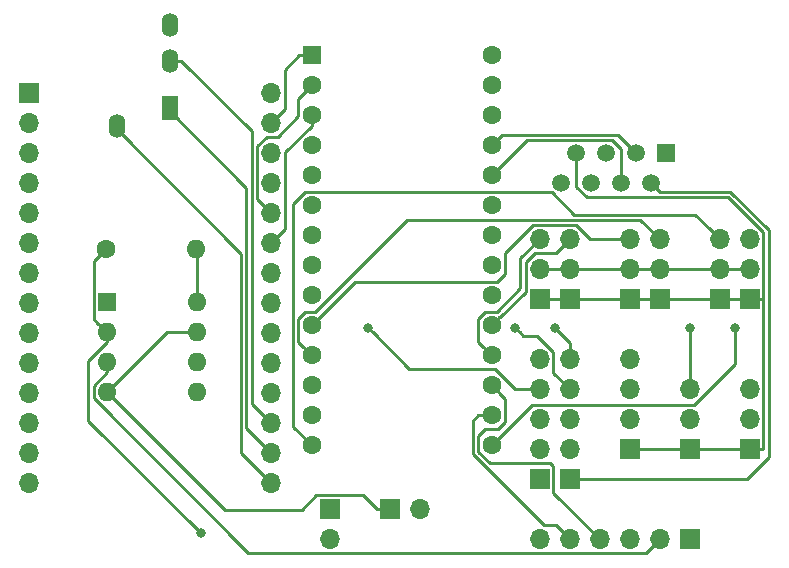
<source format=gbr>
G04 #@! TF.GenerationSoftware,KiCad,Pcbnew,(5.1.5)-3*
G04 #@! TF.CreationDate,2020-05-03T22:11:52-05:00*
G04 #@! TF.ProjectId,ControlBoardT4_28PinSound,436f6e74-726f-46c4-926f-61726454345f,rev?*
G04 #@! TF.SameCoordinates,Original*
G04 #@! TF.FileFunction,Copper,L2,Bot*
G04 #@! TF.FilePolarity,Positive*
%FSLAX46Y46*%
G04 Gerber Fmt 4.6, Leading zero omitted, Abs format (unit mm)*
G04 Created by KiCad (PCBNEW (5.1.5)-3) date 2020-05-03 22:11:52*
%MOMM*%
%LPD*%
G04 APERTURE LIST*
%ADD10R,1.700000X1.700000*%
%ADD11O,1.700000X1.700000*%
%ADD12O,1.400000X2.000000*%
%ADD13R,1.400000X2.000000*%
%ADD14C,1.600000*%
%ADD15R,1.600000X1.600000*%
%ADD16R,1.500000X1.500000*%
%ADD17C,1.500000*%
%ADD18O,1.600000X1.600000*%
%ADD19C,0.800000*%
%ADD20C,0.250000*%
G04 APERTURE END LIST*
D10*
X111379000Y-78803500D03*
D11*
X131879000Y-78803500D03*
X111379000Y-81343500D03*
X131879000Y-81343500D03*
X111379000Y-83883500D03*
X131879000Y-83883500D03*
X111379000Y-86423500D03*
X131879000Y-86423500D03*
X111379000Y-88963500D03*
X131879000Y-88963500D03*
X111379000Y-91503500D03*
X131879000Y-91503500D03*
X111379000Y-94043500D03*
X131879000Y-94043500D03*
X111379000Y-96583500D03*
X131879000Y-96583500D03*
X111379000Y-99123500D03*
X131879000Y-99123500D03*
X111379000Y-101663500D03*
X131879000Y-101663500D03*
X111379000Y-104203500D03*
X131879000Y-104203500D03*
X111379000Y-106743500D03*
X131879000Y-106743500D03*
X111379000Y-109283500D03*
X131879000Y-109283500D03*
X111379000Y-111823500D03*
X131879000Y-111823500D03*
D12*
X118808500Y-81573500D03*
D13*
X123308500Y-80073500D03*
D12*
X123308500Y-76073500D03*
X123308500Y-73073500D03*
D11*
X172402500Y-103886000D03*
X172402500Y-106426000D03*
D10*
X172402500Y-108966000D03*
D14*
X135318500Y-108648500D03*
X135318500Y-106108500D03*
X135318500Y-103568500D03*
X135318500Y-101028500D03*
X135318500Y-98488500D03*
X135318500Y-95948500D03*
X135318500Y-93408500D03*
X135318500Y-90868500D03*
X135318500Y-88328500D03*
X135318500Y-85788500D03*
X135318500Y-83248500D03*
X135318500Y-80708500D03*
X135318500Y-78168500D03*
D15*
X135318500Y-75628500D03*
D14*
X150558500Y-108648500D03*
X150558500Y-106108500D03*
X150558500Y-103568500D03*
X150558500Y-101028500D03*
X150558500Y-98488500D03*
X150558500Y-95948500D03*
X150558500Y-93408500D03*
X150558500Y-90868500D03*
X150558500Y-88328500D03*
X150558500Y-85788500D03*
X150558500Y-83248500D03*
X150558500Y-80708500D03*
X150558500Y-78168500D03*
X150558500Y-75628500D03*
D10*
X167322500Y-116586000D03*
D11*
X164782500Y-116586000D03*
X162242500Y-116586000D03*
X159702500Y-116586000D03*
X157162500Y-116586000D03*
X154622500Y-116586000D03*
D10*
X141922500Y-114046000D03*
D11*
X144462500Y-114046000D03*
X162242500Y-91186000D03*
X164782500Y-91186000D03*
X162242500Y-93726000D03*
X164782500Y-93726000D03*
D10*
X164782500Y-96266000D03*
X162242500Y-96266000D03*
X157162500Y-96266000D03*
D11*
X157162500Y-93726000D03*
X154622500Y-93726000D03*
X157162500Y-91186000D03*
X154622500Y-91186000D03*
D10*
X154622500Y-96266000D03*
X157162500Y-111506000D03*
D11*
X157162500Y-108966000D03*
X154622500Y-108966000D03*
X157162500Y-106426000D03*
X154622500Y-106426000D03*
X157162500Y-103886000D03*
X154622500Y-103886000D03*
X157162500Y-101346000D03*
X154622500Y-101346000D03*
D10*
X154622500Y-111506000D03*
X172402500Y-96266000D03*
D11*
X172402500Y-93726000D03*
X169862500Y-93726000D03*
X172402500Y-91186000D03*
X169862500Y-91186000D03*
D10*
X169862500Y-96266000D03*
X162242500Y-108966000D03*
D11*
X162242500Y-106426000D03*
X162242500Y-103886000D03*
X162242500Y-101346000D03*
D10*
X167322500Y-108966000D03*
D11*
X167322500Y-106426000D03*
X167322500Y-103886000D03*
D16*
X165354000Y-83883500D03*
D17*
X164084000Y-86423500D03*
X162814000Y-83883500D03*
X161544000Y-86423500D03*
X160274000Y-83883500D03*
X159004000Y-86423500D03*
X157734000Y-83883500D03*
X156464000Y-86423500D03*
D10*
X136842500Y-114046000D03*
D11*
X136842500Y-116586000D03*
D15*
X117983000Y-96520000D03*
D18*
X125603000Y-104140000D03*
X117983000Y-99060000D03*
X125603000Y-101600000D03*
X117983000Y-101600000D03*
X125603000Y-99060000D03*
X117983000Y-104140000D03*
X125603000Y-96520000D03*
D14*
X117919500Y-92011500D03*
D18*
X125539500Y-92011500D03*
D19*
X167322500Y-98679000D03*
X171196000Y-98679000D03*
X152527000Y-98679000D03*
X140081000Y-98679000D03*
X155892500Y-98679000D03*
X125920500Y-116078000D03*
D20*
X167322500Y-102683919D02*
X167322500Y-98679000D01*
X167322500Y-103886000D02*
X167322500Y-102683919D01*
X149758501Y-100228501D02*
X150558500Y-101028500D01*
X150018499Y-97363499D02*
X149433499Y-97948499D01*
X150985001Y-97363499D02*
X150018499Y-97363499D01*
X152997490Y-95351010D02*
X150985001Y-97363499D01*
X149433499Y-99903499D02*
X149758501Y-100228501D01*
X152997490Y-92811010D02*
X152997490Y-95351010D01*
X149433499Y-97948499D02*
X149433499Y-99903499D01*
X154622500Y-91186000D02*
X152997490Y-92811010D01*
X136118499Y-97688501D02*
X135318500Y-98488500D01*
X138983501Y-94823499D02*
X136118499Y-97688501D01*
X150985001Y-94823499D02*
X138983501Y-94823499D01*
X151683501Y-94124999D02*
X150985001Y-94823499D01*
X151683501Y-92385997D02*
X151683501Y-94124999D01*
X154058499Y-90010999D02*
X151683501Y-92385997D01*
X157726501Y-90010999D02*
X154058499Y-90010999D01*
X158901502Y-91186000D02*
X157726501Y-90010999D01*
X162242500Y-91186000D02*
X158901502Y-91186000D01*
X169012501Y-90336001D02*
X169862500Y-91186000D01*
X135318500Y-108648500D02*
X133743489Y-107073489D01*
X133743489Y-107073489D02*
X133743489Y-88238509D01*
X133743489Y-88238509D02*
X134778499Y-87203499D01*
X134778499Y-87203499D02*
X155652997Y-87203499D01*
X155652997Y-87203499D02*
X157560478Y-89110980D01*
X167787480Y-89110980D02*
X169012501Y-90336001D01*
X157560478Y-89110980D02*
X167787480Y-89110980D01*
X156312501Y-92035999D02*
X157162500Y-91186000D01*
X155987499Y-92361001D02*
X156312501Y-92035999D01*
X154248497Y-92361001D02*
X155987499Y-92361001D01*
X153447499Y-93161999D02*
X154248497Y-92361001D01*
X153447499Y-95650911D02*
X153447499Y-93161999D01*
X151284902Y-97813508D02*
X153447499Y-95650911D01*
X150558500Y-98425000D02*
X151169991Y-97813509D01*
X151169991Y-97813509D02*
X151284902Y-97813508D01*
X150558500Y-98488500D02*
X150558500Y-98425000D01*
X134518501Y-100228501D02*
X135318500Y-101028500D01*
X134193499Y-99903499D02*
X134518501Y-100228501D01*
X134193499Y-97948499D02*
X134193499Y-99903499D01*
X134778499Y-97363499D02*
X134193499Y-97948499D01*
X135568503Y-97363499D02*
X134778499Y-97363499D01*
X143371012Y-89560990D02*
X135568503Y-97363499D01*
X163157490Y-89560990D02*
X143371012Y-89560990D01*
X164782500Y-91186000D02*
X163157490Y-89560990D01*
X153956001Y-105250999D02*
X150558500Y-108648500D01*
X167696503Y-105250999D02*
X153956001Y-105250999D01*
X171196000Y-98679000D02*
X171196000Y-101751502D01*
X171196000Y-101751502D02*
X167696503Y-105250999D01*
X152926999Y-99078999D02*
X152527000Y-98679000D01*
X153252001Y-99404001D02*
X152926999Y-99078999D01*
X154419503Y-99404001D02*
X153252001Y-99404001D01*
X155797501Y-100781999D02*
X154419503Y-99404001D01*
X155797501Y-102521001D02*
X155797501Y-100781999D01*
X157162500Y-103886000D02*
X155797501Y-102521001D01*
X140480999Y-99078999D02*
X140081000Y-98679000D01*
X143555501Y-102153501D02*
X140480999Y-99078999D01*
X150808503Y-102153501D02*
X143555501Y-102153501D01*
X152541002Y-103886000D02*
X150808503Y-102153501D01*
X154622500Y-103886000D02*
X152541002Y-103886000D01*
X157162500Y-101282500D02*
X157162500Y-101346000D01*
X157162500Y-99949000D02*
X155892500Y-98679000D01*
X157162500Y-101346000D02*
X157162500Y-99949000D01*
X151358499Y-104368499D02*
X150558500Y-103568500D01*
X151683501Y-104693501D02*
X151358499Y-104368499D01*
X151683501Y-106648501D02*
X151683501Y-104693501D01*
X149433499Y-107818501D02*
X150018499Y-107233501D01*
X149433499Y-109188501D02*
X149433499Y-107818501D01*
X150385999Y-110141001D02*
X149433499Y-109188501D01*
X155542503Y-110141001D02*
X150385999Y-110141001D01*
X155797501Y-110395999D02*
X155542503Y-110141001D01*
X155797501Y-112681001D02*
X155797501Y-110395999D01*
X151098501Y-107233501D02*
X151683501Y-106648501D01*
X150018499Y-107233501D02*
X151098501Y-107233501D01*
X159702500Y-116586000D02*
X155797501Y-112681001D01*
X156312501Y-115736001D02*
X157162500Y-116586000D01*
X155987499Y-115410999D02*
X156312501Y-115736001D01*
X155019587Y-115410999D02*
X155987499Y-115410999D01*
X148983490Y-109374902D02*
X155019587Y-115410999D01*
X148983489Y-106552141D02*
X148983490Y-109374902D01*
X149427130Y-106108500D02*
X148983489Y-106552141D01*
X150558500Y-106108500D02*
X149427130Y-106108500D01*
X172147502Y-111506000D02*
X158262500Y-111506000D01*
X174027511Y-109625991D02*
X172147502Y-111506000D01*
X158262500Y-111506000D02*
X157162500Y-111506000D01*
X174027511Y-90435599D02*
X174027511Y-109625991D01*
X170771903Y-87179991D02*
X174027511Y-90435599D01*
X164840490Y-87179990D02*
X170771903Y-87179991D01*
X164084000Y-86423500D02*
X164840490Y-87179990D01*
X123063000Y-99060000D02*
X117983000Y-104140000D01*
X125603000Y-99060000D02*
X123063000Y-99060000D01*
X125603000Y-92075000D02*
X125539500Y-92011500D01*
X125603000Y-96520000D02*
X125603000Y-92075000D01*
X140822500Y-114046000D02*
X141922500Y-114046000D01*
X139647499Y-112870999D02*
X140822500Y-114046000D01*
X135732499Y-112870999D02*
X139647499Y-112870999D01*
X134493998Y-114109500D02*
X135732499Y-112870999D01*
X127952500Y-114109500D02*
X134493998Y-114109500D01*
X117983000Y-104140000D02*
X127952500Y-114109500D01*
X171200419Y-93726000D02*
X154622500Y-93726000D01*
X172402500Y-93726000D02*
X171200419Y-93726000D01*
X132728999Y-80493501D02*
X131879000Y-81343500D01*
X133054001Y-80168499D02*
X132728999Y-80493501D01*
X133054001Y-76842999D02*
X133054001Y-80168499D01*
X134268500Y-75628500D02*
X133054001Y-76842999D01*
X135318500Y-75628500D02*
X134268500Y-75628500D01*
X157734000Y-86744502D02*
X158619498Y-87630000D01*
X157734000Y-83883500D02*
X157734000Y-86744502D01*
X173577501Y-96190999D02*
X173502500Y-96266000D01*
X173577501Y-90621999D02*
X173577501Y-96190999D01*
X170585502Y-87630000D02*
X173577501Y-90621999D01*
X158619498Y-87630000D02*
X170585502Y-87630000D01*
X172402500Y-96266000D02*
X154622500Y-96266000D01*
X173502500Y-108966000D02*
X172402500Y-108966000D01*
X173577501Y-108890999D02*
X173502500Y-108966000D01*
X173577501Y-96341001D02*
X173577501Y-108890999D01*
X173502500Y-96266000D02*
X173577501Y-96341001D01*
X172402500Y-96266000D02*
X173502500Y-96266000D01*
X172402500Y-108966000D02*
X162242500Y-108966000D01*
X162064001Y-83133501D02*
X162814000Y-83883500D01*
X161288989Y-82358489D02*
X162064001Y-83133501D01*
X151448511Y-82358489D02*
X161288989Y-82358489D01*
X150558500Y-83248500D02*
X151448511Y-82358489D01*
X151358499Y-84988501D02*
X150558500Y-85788500D01*
X153538501Y-82808499D02*
X151358499Y-84988501D01*
X160790001Y-82808499D02*
X153538501Y-82808499D01*
X161544000Y-83562498D02*
X160790001Y-82808499D01*
X161544000Y-86423500D02*
X161544000Y-83562498D01*
X134518501Y-78968499D02*
X135318500Y-78168500D01*
X134193499Y-79293501D02*
X134518501Y-78968499D01*
X134193499Y-80768003D02*
X134193499Y-79293501D01*
X132443001Y-82518501D02*
X134193499Y-80768003D01*
X131504997Y-82518501D02*
X132443001Y-82518501D01*
X130703999Y-83319499D02*
X131504997Y-82518501D01*
X130703999Y-87788499D02*
X130703999Y-83319499D01*
X131879000Y-88963500D02*
X130703999Y-87788499D01*
X132728999Y-90653501D02*
X131879000Y-91503500D01*
X133054001Y-90328499D02*
X132728999Y-90653501D01*
X133054001Y-83847997D02*
X133054001Y-90328499D01*
X135318500Y-81583498D02*
X133054001Y-83847997D01*
X135318500Y-80708500D02*
X135318500Y-81583498D01*
X163932501Y-117435999D02*
X164782500Y-116586000D01*
X163607499Y-117761001D02*
X163932501Y-117435999D01*
X129938999Y-117761001D02*
X163607499Y-117761001D01*
X116857999Y-104680001D02*
X129938999Y-117761001D01*
X116857999Y-103599999D02*
X116857999Y-104680001D01*
X117983000Y-102474998D02*
X116857999Y-103599999D01*
X117983000Y-101600000D02*
X117983000Y-102474998D01*
X117183001Y-98260001D02*
X117983000Y-99060000D01*
X116857999Y-97934999D02*
X117183001Y-98260001D01*
X116857999Y-93073001D02*
X116857999Y-97934999D01*
X117919500Y-92011500D02*
X116857999Y-93073001D01*
X116407989Y-101510009D02*
X116407989Y-106565489D01*
X117983000Y-99060000D02*
X117983000Y-99934998D01*
X117983000Y-99934998D02*
X116407989Y-101510009D01*
X116407989Y-106565489D02*
X125920500Y-116078000D01*
X125920500Y-116078000D02*
X125920500Y-116078000D01*
X131029001Y-110973501D02*
X131879000Y-111823500D01*
X129353969Y-109298469D02*
X131029001Y-110973501D01*
X129353969Y-92418969D02*
X129353969Y-109298469D01*
X118808500Y-81873500D02*
X129353969Y-92418969D01*
X118808500Y-81573500D02*
X118808500Y-81873500D01*
X131029001Y-108433501D02*
X131879000Y-109283500D01*
X129803979Y-107208479D02*
X131029001Y-108433501D01*
X129803979Y-86868979D02*
X129803979Y-107208479D01*
X123308500Y-80373500D02*
X129803979Y-86868979D01*
X123308500Y-80073500D02*
X123308500Y-80373500D01*
X131029001Y-105893501D02*
X131879000Y-106743500D01*
X130253989Y-105118489D02*
X131029001Y-105893501D01*
X130253989Y-82068989D02*
X130253989Y-105118489D01*
X124258500Y-76073500D02*
X130253989Y-82068989D01*
X123308500Y-76073500D02*
X124258500Y-76073500D01*
M02*

</source>
